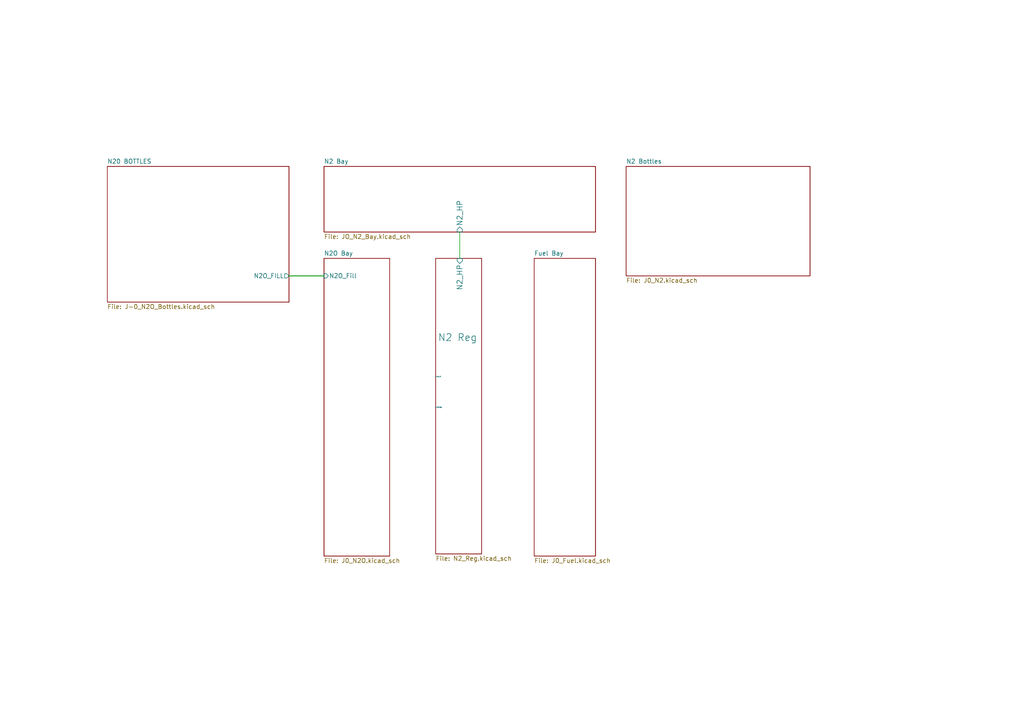
<source format=kicad_sch>
(kicad_sch
	(version 20250114)
	(generator "eeschema")
	(generator_version "9.0")
	(uuid "399b6c2b-a9d0-4223-87fa-df81ea52ff9d")
	(paper "A4")
	(lib_symbols)
	(text "J-0\n"
		(exclude_from_sim no)
		(at 158.75 -11.43 0)
		(effects
			(font
				(face "KiCad Font")
				(size 12.7 12.7)
			)
		)
		(uuid "19d4659a-32c7-43fa-8210-cfd363489ae0")
	)
	(wire
		(pts
			(xy 83.82 80.01) (xy 93.98 80.01)
		)
		(stroke
			(width 0.254)
			(type default)
		)
		(uuid "294c72d3-c74e-477c-aed9-6e6728a3d38b")
	)
	(wire
		(pts
			(xy 133.35 67.31) (xy 133.35 74.93)
		)
		(stroke
			(width 0)
			(type default)
		)
		(uuid "9790bc3b-162d-49e3-98f7-514be2f08b8d")
	)
	(sheet
		(at 154.94 74.93)
		(size 17.78 86.36)
		(exclude_from_sim no)
		(in_bom yes)
		(on_board yes)
		(dnp no)
		(fields_autoplaced yes)
		(stroke
			(width 0.1524)
			(type solid)
		)
		(fill
			(color 0 0 0 0.0000)
		)
		(uuid "2a11f1f0-1db0-4a3b-bc44-4a76b750bc36")
		(property "Sheetname" "Fuel Bay"
			(at 154.94 74.2184 0)
			(effects
				(font
					(size 1.27 1.27)
				)
				(justify left bottom)
			)
		)
		(property "Sheetfile" "J0_Fuel.kicad_sch"
			(at 154.94 161.8746 0)
			(effects
				(font
					(size 1.27 1.27)
				)
				(justify left top)
			)
		)
		(instances
			(project "P_IDs"
				(path "/045f1f05-3134-4b6d-91b6-463031104f1e/a0b6300e-76e9-4a18-afd6-e2d656b0d8f9/d375e00a-1ce3-4f93-9279-82acf09c7292"
					(page "23")
				)
			)
		)
	)
	(sheet
		(at 93.98 74.93)
		(size 19.05 86.36)
		(exclude_from_sim no)
		(in_bom yes)
		(on_board yes)
		(dnp no)
		(fields_autoplaced yes)
		(stroke
			(width 0.1524)
			(type solid)
		)
		(fill
			(color 0 0 0 0.0000)
		)
		(uuid "343346ed-3011-4de4-9739-8cfc7e2486c8")
		(property "Sheetname" "N2O Bay"
			(at 93.98 74.2184 0)
			(effects
				(font
					(size 1.27 1.27)
				)
				(justify left bottom)
			)
		)
		(property "Sheetfile" "J0_N2O.kicad_sch"
			(at 93.98 161.8746 0)
			(effects
				(font
					(size 1.27 1.27)
				)
				(justify left top)
			)
		)
		(pin "N2O_Fill" input
			(at 93.98 80.01 180)
			(uuid "1ee61589-cc42-4a43-8b67-6e92aec6d20b")
			(effects
				(font
					(size 1.27 1.27)
				)
				(justify left)
			)
		)
		(instances
			(project "P_IDs"
				(path "/045f1f05-3134-4b6d-91b6-463031104f1e/a0b6300e-76e9-4a18-afd6-e2d656b0d8f9/d375e00a-1ce3-4f93-9279-82acf09c7292"
					(page "21")
				)
			)
		)
	)
	(sheet
		(at 93.98 48.26)
		(size 78.74 19.05)
		(exclude_from_sim no)
		(in_bom yes)
		(on_board yes)
		(dnp no)
		(fields_autoplaced yes)
		(stroke
			(width 0.1524)
			(type solid)
		)
		(fill
			(color 0 0 0 0.0000)
		)
		(uuid "4685d168-feae-4fe5-a995-eaab704f316f")
		(property "Sheetname" "N2 Bay"
			(at 93.98 47.5484 0)
			(effects
				(font
					(size 1.27 1.27)
				)
				(justify left bottom)
			)
		)
		(property "Sheetfile" "JO_N2_Bay.kicad_sch"
			(at 93.98 67.8946 0)
			(effects
				(font
					(size 1.27 1.27)
				)
				(justify left top)
			)
		)
		(pin "N2_HP" input
			(at 133.35 67.31 270)
			(uuid "6a885c93-6909-45b9-8f2b-3efd50d06a60")
			(effects
				(font
					(size 1.524 1.524)
				)
				(justify left)
			)
		)
		(instances
			(project "P_IDs"
				(path "/045f1f05-3134-4b6d-91b6-463031104f1e/a0b6300e-76e9-4a18-afd6-e2d656b0d8f9/d375e00a-1ce3-4f93-9279-82acf09c7292"
					(page "25")
				)
			)
		)
	)
	(sheet
		(at 31.115 48.26)
		(size 52.705 39.37)
		(exclude_from_sim no)
		(in_bom yes)
		(on_board yes)
		(dnp no)
		(fields_autoplaced yes)
		(stroke
			(width 0.1524)
			(type solid)
		)
		(fill
			(color 0 0 0 0.0000)
		)
		(uuid "4f024983-2e1e-4582-8230-72c25523eed0")
		(property "Sheetname" "N20 BOTTLES"
			(at 31.115 47.5484 0)
			(effects
				(font
					(size 1.27 1.27)
				)
				(justify left bottom)
			)
		)
		(property "Sheetfile" "J-0_N2O_Bottles.kicad_sch"
			(at 31.115 88.2146 0)
			(effects
				(font
					(size 1.27 1.27)
				)
				(justify left top)
			)
		)
		(pin "N2O_FILL" output
			(at 83.82 80.01 0)
			(uuid "a05fecb2-781b-4a2f-bc45-ce456e86779e")
			(effects
				(font
					(size 1.27 1.27)
				)
				(justify right)
			)
		)
		(instances
			(project "P_IDs"
				(path "/045f1f05-3134-4b6d-91b6-463031104f1e/a0b6300e-76e9-4a18-afd6-e2d656b0d8f9/d375e00a-1ce3-4f93-9279-82acf09c7292"
					(page "22")
				)
			)
		)
	)
	(sheet
		(at 181.61 48.26)
		(size 53.34 31.75)
		(exclude_from_sim no)
		(in_bom yes)
		(on_board yes)
		(dnp no)
		(fields_autoplaced yes)
		(stroke
			(width 0.1524)
			(type solid)
		)
		(fill
			(color 0 0 0 0.0000)
		)
		(uuid "5e417696-9b80-46cd-a7e0-3b030f339530")
		(property "Sheetname" "N2 Bottles"
			(at 181.61 47.5484 0)
			(effects
				(font
					(size 1.27 1.27)
				)
				(justify left bottom)
			)
		)
		(property "Sheetfile" "J0_N2.kicad_sch"
			(at 181.61 80.5946 0)
			(effects
				(font
					(size 1.27 1.27)
				)
				(justify left top)
			)
		)
		(instances
			(project "P_IDs"
				(path "/045f1f05-3134-4b6d-91b6-463031104f1e/a0b6300e-76e9-4a18-afd6-e2d656b0d8f9/d375e00a-1ce3-4f93-9279-82acf09c7292"
					(page "24")
				)
			)
		)
	)
	(sheet
		(at 126.365 74.93)
		(size 13.335 85.725)
		(exclude_from_sim no)
		(in_bom yes)
		(on_board yes)
		(dnp no)
		(stroke
			(width 0.1524)
			(type solid)
		)
		(fill
			(color 0 0 0 0.0000)
		)
		(uuid "e4d564e4-d138-43e5-8324-63e7f8fba031")
		(property "Sheetname" "N2 Reg"
			(at 127 99.06 0)
			(effects
				(font
					(size 2.032 2.032)
				)
				(justify left bottom)
			)
		)
		(property "Sheetfile" "N2_Reg.kicad_sch"
			(at 126.365 161.2396 0)
			(effects
				(font
					(size 1.27 1.27)
				)
				(justify left top)
			)
		)
		(pin "N2_HP" input
			(at 133.35 74.93 90)
			(uuid "79a904a4-0453-4553-9e24-12a3ef33c98b")
			(effects
				(font
					(size 1.524 1.524)
				)
				(justify right)
			)
		)
		(pin "N2_LP" input
			(at 126.365 109.22 180)
			(uuid "afd27790-4b81-465e-b1ee-3340931b52e4")
			(effects
				(font
					(size 0.254 0.254)
				)
				(justify left)
			)
		)
		(pin "N2_Reg" input
			(at 126.365 118.11 180)
			(uuid "38ba4ef2-8934-4a02-866f-985f360f547e")
			(effects
				(font
					(size 0.254 0.254)
				)
				(justify left)
			)
		)
		(instances
			(project "P_IDs"
				(path "/045f1f05-3134-4b6d-91b6-463031104f1e/a0b6300e-76e9-4a18-afd6-e2d656b0d8f9/d375e00a-1ce3-4f93-9279-82acf09c7292"
					(page "26")
				)
			)
		)
	)
)

</source>
